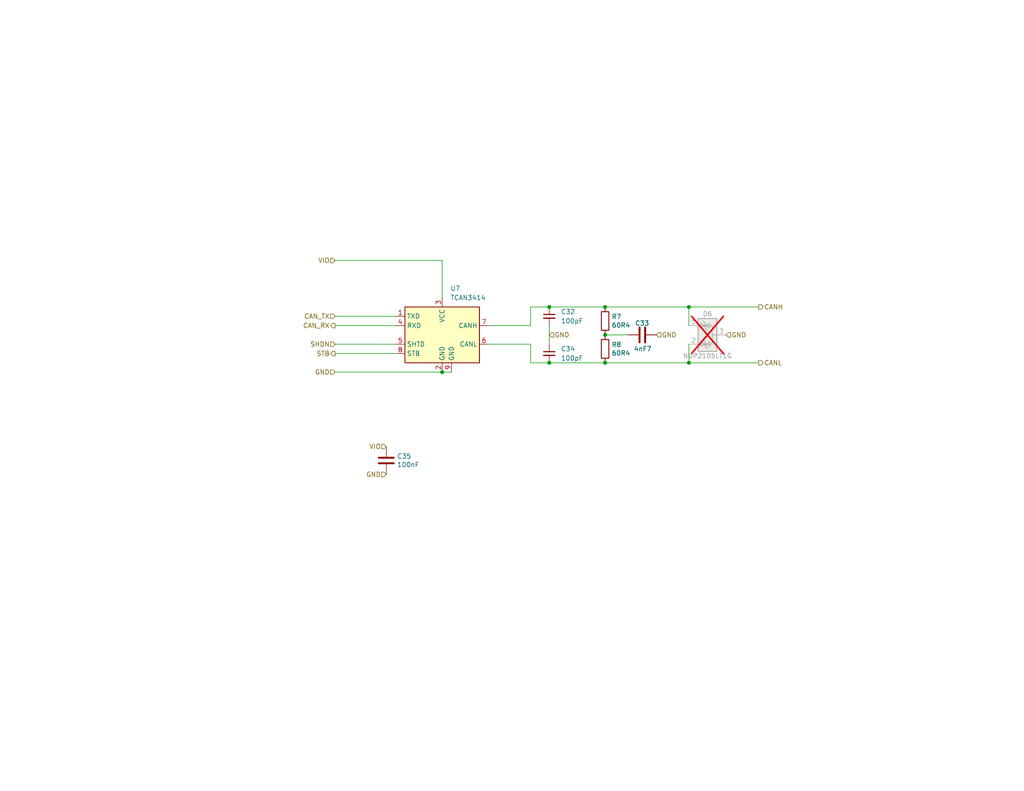
<source format=kicad_sch>
(kicad_sch (version 20250114) (generator "eeschema") (generator_version "9.0")
  (paper "A")
  (title_block (title "CAN Transceiver") (date "2020-05-25"))
  (lib_symbols
    (symbol "Common:TCAN3414"
      (property "Reference" "U" (at -10.16 8.89 0))
      (property "Value" "TCAN3414" (at 1.27 8.89 0))
      (symbol "TCAN3414_0_1"
        (rectangle (start -10.16 7.62) (end 10.16 -7.62) (stroke (width 0.254)) (fill (type background)))
      )
      (symbol "TCAN3414_1_1"
        (pin input line (at -12.7 5.08 0) (length 2.54) (name "TXD") (number "1"))
        (pin output line (at -12.7 2.54 0) (length 2.54) (name "RXD") (number "4"))
        (pin input line (at -12.7 -2.54 0) (length 2.54) (name "SHTD") (number "5"))
        (pin input line (at -12.7 -5.08 0) (length 2.54) (name "STB") (number "8"))
        (pin power_in line (at 0 10.16 270) (length 2.54) (name "VCC") (number "3"))
        (pin power_in line (at 0 -10.16 90) (length 2.54) (name "GND") (number "2"))
        (pin power_in line (at 2.54 -10.16 90) (length 2.54) (name "GND") (number "9"))
        (pin bidirectional line (at 12.7 2.54 180) (length 2.54) (name "CANH") (number "7"))
        (pin bidirectional line (at 12.7 -2.54 180) (length 2.54) (name "CANL") (number "6"))
      )
    )
    (symbol "Device:C" (pin_numbers (hide yes)) (pin_names (offset 0.254))
      (property "Reference" "C" (at 0.635 2.54 0))
      (property "Value" "C" (at 0.635 -2.54 0))
      (symbol "C_0_1"
        (polyline (pts (xy -2.032 0.762) (xy 2.032 0.762)) (stroke (width 0.508)))
        (polyline (pts (xy -2.032 -0.762) (xy 2.032 -0.762)) (stroke (width 0.508)))
      )
      (symbol "C_1_1"
        (pin passive line (at 0 3.81 270) (length 2.794) (name "~") (number "1"))
        (pin passive line (at 0 -3.81 90) (length 2.794) (name "~") (number "2"))
      )
    )
    (symbol "Device:C_Small" (pin_numbers (hide yes)) (pin_names (offset 0.254) (hide yes))
      (property "Reference" "C" (at 0.254 1.778 0))
      (property "Value" "C_Small" (at 0.254 -2.032 0))
      (symbol "C_Small_0_1"
        (polyline (pts (xy -1.524 0.508) (xy 1.524 0.508)) (stroke (width 0.3048)))
        (polyline (pts (xy -1.524 -0.508) (xy 1.524 -0.508)) (stroke (width 0.3302)))
      )
      (symbol "C_Small_1_1"
        (pin passive line (at 0 2.54 270) (length 2.032) (name "~") (number "1"))
        (pin passive line (at 0 -2.54 90) (length 2.032) (name "~") (number "2"))
      )
    )
    (symbol "Device:R" (pin_numbers (hide yes)) (pin_names (offset 0))
      (property "Reference" "R" (at 2.032 0 90))
      (property "Value" "R" (at 0 0 90))
      (symbol "R_0_1"
        (rectangle (start -1.016 -2.54) (end 1.016 2.54) (stroke (width 0.254)))
      )
      (symbol "R_1_1"
        (pin passive line (at 0 3.81 270) (length 1.27) (name "~") (number "1"))
        (pin passive line (at 0 -3.81 90) (length 1.27) (name "~") (number "2"))
      )
    )
    (symbol "Power_Protection:NUP2105L" (pin_names (hide yes))
      (property "Reference" "D" (at 5.715 2.54 0))
      (property "Value" "NUP2105L" (at 5.715 0.635 0))
      (symbol "NUP2105L_0_0"
        (pin passive line (at 0 -5.08 90) (length 2.54) (name "A") (number "3"))
      )
      (symbol "NUP2105L_0_1"
        (rectangle (start -4.445 2.54) (end 4.445 -2.54) (stroke (width 0.254)) (fill (type background)))
        (polyline (pts (xy -3.81 1.27) (xy -3.175 0.635) (xy -1.905 0.635) (xy -1.27 0)))
        (polyline (pts (xy -2.54 2.54) (xy -2.54 0.635)))
        (polyline (pts (xy -2.54 0.635) (xy -2.54 -1.27) (xy 2.54 -1.27) (xy 2.54 0.635)))
        (polyline (pts (xy -2.54 0.635) (xy -1.905 -0.635) (xy -3.175 -0.635) (xy -2.54 0.635)))
        (polyline (pts (xy -2.54 0.635) (xy -3.175 1.905) (xy -1.905 1.905) (xy -2.54 0.635) (xy -2.54 1.27)))
        (polyline (pts (xy 0 -1.27) (xy 0 -2.54)))
        (polyline (pts (xy 1.27 1.27) (xy 1.905 0.635) (xy 2.54 0.635) (xy 3.175 0.635) (xy 3.81 0)))
        (polyline (pts (xy 2.54 2.54) (xy 2.54 0.635)))
        (polyline (pts (xy 2.54 0.635) (xy 1.905 -0.635) (xy 3.175 -0.635) (xy 2.54 0.635)))
        (polyline (pts (xy 2.54 0.635) (xy 3.175 1.905) (xy 1.905 1.905) (xy 2.54 0.635)))
      )
      (symbol "NUP2105L_1_1"
        (pin passive line (at -2.54 5.08 270) (length 2.54) (name "K") (number "1"))
        (pin passive line (at 2.54 5.08 270) (length 2.54) (name "K") (number "2"))
      )
    )
  )
  (junction (at 149.86 83.82))
  (junction (at 187.96 99.06))
  (junction (at 165.1 91.44))
  (junction (at 165.1 83.82))
  (junction (at 187.96 83.82))
  (junction (at 165.1 99.06))
  (junction (at 120.65 101.6))
  (junction (at 149.86 99.06))
  (wire (pts (xy 91.44 101.6) (xy 120.65 101.6)))
  (wire (pts (xy 144.78 93.98) (xy 144.78 99.06)))
  (wire (pts (xy 144.78 88.9) (xy 144.78 83.82)))
  (wire (pts (xy 187.96 83.82) (xy 207.01 83.82)))
  (wire (pts (xy 187.96 93.98) (xy 187.96 99.06)))
  (wire (pts (xy 149.86 88.9) (xy 149.86 93.98)))
  (wire (pts (xy 149.86 83.82) (xy 165.1 83.82)))
  (wire (pts (xy 91.44 88.9) (xy 107.95 88.9)))
  (wire (pts (xy 120.65 71.12) (xy 120.65 81.28)))
  (wire (pts (xy 91.44 86.36) (xy 107.95 86.36)))
  (wire (pts (xy 107.95 96.52) (xy 91.44 96.52)))
  (wire (pts (xy 165.1 83.82) (xy 187.96 83.82)))
  (wire (pts (xy 165.1 91.44) (xy 171.45 91.44)))
  (wire (pts (xy 187.96 99.06) (xy 207.01 99.06)))
  (wire (pts (xy 149.86 99.06) (xy 165.1 99.06)))
  (wire (pts (xy 120.65 101.6) (xy 123.19 101.6)))
  (wire (pts (xy 91.44 71.12) (xy 120.65 71.12)))
  (wire (pts (xy 144.78 99.06) (xy 149.86 99.06)))
  (wire (pts (xy 133.35 93.98) (xy 144.78 93.98)))
  (wire (pts (xy 91.44 93.98) (xy 107.95 93.98)))
  (wire (pts (xy 165.1 99.06) (xy 187.96 99.06)))
  (wire (pts (xy 133.35 88.9) (xy 144.78 88.9)))
  (wire (pts (xy 187.96 88.9) (xy 187.96 83.82)))
  (wire (pts (xy 144.78 83.82) (xy 149.86 83.82)))
  (hierarchical_label "CAN_RX" (shape output) (at 91.44 88.9 180))
  (hierarchical_label "VIO" (shape input) (at 91.44 71.12 180))
  (hierarchical_label "CAN_TX" (shape input) (at 91.44 86.36 180))
  (hierarchical_label "CANL" (shape output) (at 207.01 99.06 0))
  (hierarchical_label "SHDN" (shape input) (at 91.44 93.98 180))
  (hierarchical_label "GND" (shape input) (at 179.07 91.44 0))
  (hierarchical_label "GND" (shape input) (at 198.12 91.44 0))
  (hierarchical_label "VIO" (shape input) (at 105.41 121.92 180))
  (hierarchical_label "CANH" (shape output) (at 207.01 83.82 0))
  (hierarchical_label "GND" (shape input) (at 149.86 91.44 0))
  (hierarchical_label "GND" (shape input) (at 105.41 129.54 180))
  (hierarchical_label "GND" (shape input) (at 91.44 101.6 180))
  (hierarchical_label "STB" (shape output) (at 91.44 96.52 180))
  (symbol (lib_id "Device:R") (at 165.1 87.63 0) (unit 1)
    (property "Reference" "R6" (at 166.878 86.4616 0) (effects (justify left)))
    (property "Value" "60R4" (at 166.878 88.773 0) (effects (justify left)))
    (property "Footprint" "Resistor_SMD:R_0805_2012Metric_Pad1.20x1.40mm_HandSolder" (effects (hide yes)))
    (property "Datasheet" "https://www.yageo.com/upload/media/product/products/datasheet/rchip/PYu-RC_Group_51_RoHS_L_12.pdf" (effects (hide yes)))
    (property "Description" "Resistor" (effects (hide yes)))
    (property "Tolerance" "1" (effects (hide yes)))
    (property "Manufacturer" "YAGEO" (effects (hide yes)))
    (property "Part Number" "RC0805FR-0760R4L" (effects (hide yes)))
    (instances (project "EPS" (path "" (reference "R7") (unit 1)) (path "" (reference "R9") (unit 1))) (project "aux_board" (path "" (reference "R7") (unit 1)) (path "" (reference "R9") (unit 1))) (project "" (path "" (reference "R20") (unit 1)) (path "" (reference "R14") (unit 1))) (project "sci_board" (path "" (reference "R8") (unit 1)) (path "" (reference "R6") (unit 1))) (project "AVIONICS_BOARD" (path "" (reference "R13") (unit 1)) (path "" (reference "R17") (unit 1))))
  )
  (symbol (lib_id "Device:R") (at 165.1 95.25 0) (unit 1)
    (property "Reference" "R7" (at 166.878 94.0816 0) (effects (justify left)))
    (property "Value" "60R4" (at 166.878 96.393 0) (effects (justify left)))
    (property "Footprint" "Resistor_SMD:R_0805_2012Metric_Pad1.20x1.40mm_HandSolder" (effects (hide yes)))
    (property "Datasheet" "https://www.yageo.com/upload/media/product/products/datasheet/rchip/PYu-RC_Group_51_RoHS_L_12.pdf" (effects (hide yes)))
    (property "Description" "Resistor" (effects (hide yes)))
    (property "Tolerance" "1" (effects (hide yes)))
    (property "Manufacturer" "YAGEO" (effects (hide yes)))
    (property "Part Number" "RC0805FR-0760R4L" (effects (hide yes)))
    (instances (project "EPS" (path "" (reference "R8") (unit 1)) (path "" (reference "R10") (unit 1))) (project "aux_board" (path "" (reference "R8") (unit 1)) (path "" (reference "R10") (unit 1))) (project "" (path "" (reference "R21") (unit 1)) (path "" (reference "R15") (unit 1))) (project "sci_board" (path "" (reference "R9") (unit 1)) (path "" (reference "R7") (unit 1))) (project "AVIONICS_BOARD" (path "" (reference "R14") (unit 1)) (path "" (reference "R18") (unit 1))))
  )
  (symbol (lib_id "Power_Protection:NUP2105L") (at 193.04 91.44 90) (mirror x) (unit 1) (dnp yes)
    (property "Reference" "D1" (at 193.04 85.725 90))
    (property "Value" "NUP2105LT1G" (at 193.04 97.155 90))
    (property "Footprint" "Package_TO_SOT_SMD:SOT-23" (effects (hide yes)))
    (property "Datasheet" "http://www.onsemi.com/pub_link/Collateral/NUP2105L-D.PDF" (effects (hide yes)))
    (property "Description" "Dual TVS diode" (effects (hide yes)))
    (property "Amps" "8" (effects (hide yes)))
    (property "Voltage" "24" (effects (hide yes)))
    (property "Manufacturer" "onsemi" (effects (hide yes)))
    (property "Part Number" "NUP2105LT1G" (effects (hide yes)))
    (instances (project "EPS" (path "" (reference "D6") (unit 1)) (path "" (reference "D7") (unit 1))) (project "aux_board" (path "" (reference "D6") (unit 1)) (path "" (reference "D7") (unit 1))) (project "" (path "" (reference "D4") (unit 1)) (path "" (reference "D3") (unit 1))) (project "sci_board" (path "" (reference "D2") (unit 1)) (path "" (reference "D1") (unit 1))) (project "AVIONICS_BOARD" (path "" (reference "D6") (unit 1)) (path "" (reference "D7") (unit 1))))
  )
  (symbol (lib_id "Device:C") (at 175.26 91.44 90) (unit 1)
    (property "Reference" "C17" (at 177.165 88.265 90) (effects (justify left)))
    (property "Value" "4nF7" (at 177.8 95.25 90) (effects (justify left)))
    (property "Footprint" "Capacitor_SMD:C_0402_1005Metric_Pad0.74x0.62mm_HandSolder" (effects (hide yes)))
    (property "Datasheet" "https://search.murata.co.jp/Ceramy/image/img/A01X/G101/ENG/GRM155R61H472KA01-01.pdf" (effects (hide yes)))
    (property "Description" "Unpolarized capacitor" (effects (hide yes)))
    (property "Voltage" "50" (effects (hide yes)))
    (property "Tolerance" "10" (effects (hide yes)))
    (property "Manufacturer" "Murata" (effects (hide yes)))
    (property "Part Number" "GRM155R61H472KA01D" (effects (hide yes)))
    (property "Temperature Coefficient" "X5R" (effects (hide yes)))
    (instances (project "EPS" (path "" (reference "C33") (unit 1)) (path "" (reference "C37") (unit 1))) (project "aux_board" (path "" (reference "C11") (unit 1)) (path "" (reference "C15") (unit 1))) (project "" (path "" (reference "C43") (unit 1)) (path "" (reference "C39") (unit 1))) (project "sci_board" (path "" (reference "C21") (unit 1)) (path "" (reference "C17") (unit 1))) (project "AVIONICS_BOARD" (path "" (reference "C47") (unit 1)) (path "" (reference "C51") (unit 1))))
  )
  (symbol (lib_id "Device:C") (at 105.41 125.73 0) (unit 1)
    (property "Reference" "C19" (at 108.331 124.5616 0) (effects (justify left)))
    (property "Value" "100nF" (at 108.331 126.873 0) (effects (justify left)))
    (property "Footprint" "Capacitor_SMD:C_0402_1005Metric_Pad0.74x0.62mm_HandSolder" (effects (hide yes)))
    (property "Datasheet" "https://search.murata.co.jp/Ceramy/image/img/A01X/G101/ENG/GRM155R61E104KA87-01.pdf" (effects (hide yes)))
    (property "Description" "Unpolarized capacitor" (effects (hide yes)))
    (property "Voltage" "25" (effects (hide yes)))
    (property "Tolerance" "10" (effects (hide yes)))
    (property "Manufacturer" "Murata" (effects (hide yes)))
    (property "Part Number" "GRM155R61E104KA87D" (effects (hide yes)))
    (property "Temperature Coefficient" "X5R" (effects (hide yes)))
    (instances (project "EPS" (path "" (reference "C35") (unit 1)) (path "" (reference "C39") (unit 1))) (project "aux_board" (path "" (reference "C13") (unit 1)) (path "" (reference "C17") (unit 1))) (project "" (path "" (reference "C45") (unit 1)) (path "" (reference "C41") (unit 1))) (project "sci_board" (path "" (reference "C23") (unit 1)) (path "" (reference "C19") (unit 1))) (project "AVIONICS_BOARD" (path "" (reference "C49") (unit 1)) (path "" (reference "C53") (unit 1))))
  )
  (symbol (lib_id "Device:C_Small") (at 149.86 86.36 0) (unit 1)
    (property "Reference" "C16" (at 153.035 85.0962 0) (effects (justify left)))
    (property "Value" "100pF" (at 153.035 87.6362 0) (effects (justify left)))
    (property "Footprint" "Capacitor_SMD:C_0402_1005Metric_Pad0.74x0.62mm_HandSolder" (effects (hide yes)))
    (property "Datasheet" "https://search.murata.co.jp/Ceramy/image/img/A01X/G101/ENG/GRM1555C1H101JA01-01.pdf" (effects (hide yes)))
    (property "Description" "Unpolarized capacitor" (effects (hide yes)))
    (property "Tolerance" "5" (effects (hide yes)))
    (property "Voltage" "50" (effects (hide yes)))
    (property "Manufacturer" "Murata" (effects (hide yes)))
    (property "Part Number" "GRM1555C1H101JA01D" (effects (hide yes)))
    (property "Temperature Coefficient" "C0G/NP0" (effects (hide yes)))
    (instances (project "EPS" (path "" (reference "C32") (unit 1)) (path "" (reference "C36") (unit 1))) (project "aux_board" (path "" (reference "C10") (unit 1)) (path "" (reference "C14") (unit 1))) (project "" (path "" (reference "C42") (unit 1)) (path "" (reference "C38") (unit 1))) (project "sci_board" (path "" (reference "C20") (unit 1)) (path "" (reference "C16") (unit 1))) (project "AVIONICS_BOARD" (path "" (reference "C46") (unit 1)) (path "" (reference "C50") (unit 1))))
  )
  (symbol (lib_id "Device:C_Small") (at 149.86 96.52 0) (unit 1)
    (property "Reference" "C18" (at 153.035 95.2562 0) (effects (justify left)))
    (property "Value" "100pF" (at 153.035 97.7962 0) (effects (justify left)))
    (property "Footprint" "Capacitor_SMD:C_0402_1005Metric_Pad0.74x0.62mm_HandSolder" (effects (hide yes)))
    (property "Datasheet" "https://search.murata.co.jp/Ceramy/image/img/A01X/G101/ENG/GRM1555C1H101JA01-01.pdf" (effects (hide yes)))
    (property "Description" "Unpolarized capacitor" (effects (hide yes)))
    (property "Tolerance" "5" (effects (hide yes)))
    (property "Voltage" "50" (effects (hide yes)))
    (property "Manufacturer" "Murata" (effects (hide yes)))
    (property "Part Number" "GRM1555C1H101JA01D" (effects (hide yes)))
    (property "Temperature Coefficient" "C0G/NP0" (effects (hide yes)))
    (instances (project "EPS" (path "" (reference "C34") (unit 1)) (path "" (reference "C38") (unit 1))) (project "aux_board" (path "" (reference "C12") (unit 1)) (path "" (reference "C16") (unit 1))) (project "" (path "" (reference "C44") (unit 1)) (path "" (reference "C40") (unit 1))) (project "sci_board" (path "" (reference "C22") (unit 1)) (path "" (reference "C18") (unit 1))) (project "AVIONICS_BOARD" (path "" (reference "C48") (unit 1)) (path "" (reference "C52") (unit 1))))
  )
  (symbol (lib_id "Common:TCAN3414") (at 120.65 91.44 0) (unit 1)
    (property "Reference" "U2" (at 122.8441 78.74 0) (effects (justify left)))
    (property "Value" "TCAN3414" (at 122.8441 81.28 0) (effects (justify left)))
    (property "Footprint" "Package_SON:VSON-8-1EP_3x3mm_P0.65mm_EP1.65x2.4mm" (effects (hide yes)))
    (property "Datasheet" "https://www.ti.com/lit/ds/symlink/tcan3413.pdf?ts=1714741551942&ref_url=https%253A%252F%252Fwww.ti.com%252Fproduct%252FTCAN3413" (effects (hide yes)))
    (property "Description" "High-Speed CAN Transceiver, shutdown and standby modes, DFN-8-1EP" (effects (hide yes)))
    (property "Manufacturer" "TI" (effects (hide yes)))
    (property "Part Number" "TCAN3414DRBR" (effects (hide yes)))
    (instances (project "EPS" (path "" (reference "U7") (unit 1)) (path "" (reference "U8") (unit 1))) (project "aux_board" (path "" (reference "U2") (unit 1)) (path "" (reference "U3") (unit 1))) (project "" (path "" (reference "U8") (unit 1)) (path "" (reference "U7") (unit 1))) (project "sci_board" (path "" (reference "U3") (unit 1)) (path "" (reference "U2") (unit 1))) (project "AVIONICS_BOARD" (path "" (reference "U10") (unit 1)) (path "" (reference "U11") (unit 1))))
  )
)
</source>
